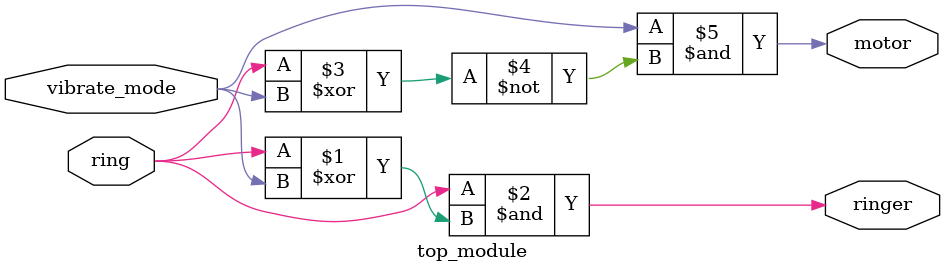
<source format=sv>
module top_module (
	input  ring        ,
	input  vibrate_mode,
	output ringer      , // Make sound
	output motor         // Vibrate
);
assign ringer = ring & (ring^ vibrate_mode);
assign motor = vibrate_mode & ~(ring^ vibrate_mode);

endmodule
</source>
